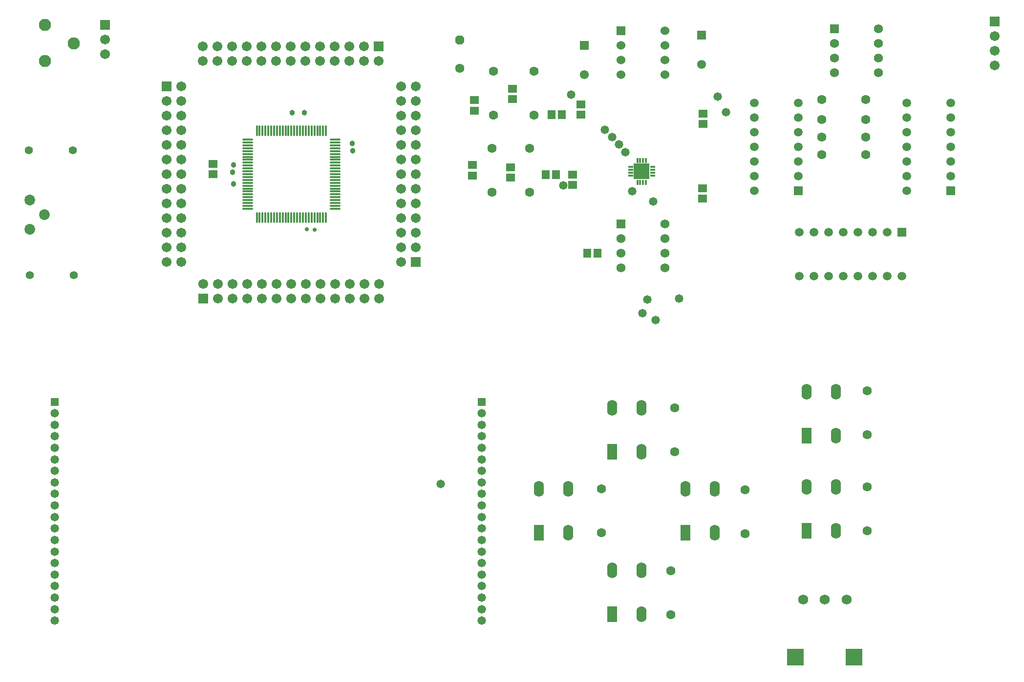
<source format=gts>
G04*
G04 #@! TF.GenerationSoftware,Altium Limited,Altium Designer,20.0.9 (164)*
G04*
G04 Layer_Color=8388736*
%FSLAX25Y25*%
%MOIN*%
G70*
G01*
G75*
%ADD20R,0.05524X0.06312*%
%ADD21R,0.06312X0.05524*%
%ADD22R,0.01800X0.03200*%
%ADD23R,0.03200X0.01800*%
%ADD24R,0.11000X0.11000*%
%ADD25O,0.07290X0.01581*%
%ADD26O,0.01581X0.07290*%
%ADD27C,0.06312*%
%ADD28P,0.06832X8X292.5*%
%ADD29C,0.06706*%
%ADD30R,0.06706X0.06706*%
%ADD31C,0.08300*%
%ADD32C,0.06115*%
%ADD33R,0.06115X0.06115*%
%ADD34C,0.07300*%
%ADD35R,0.06000X0.06000*%
%ADD36C,0.06000*%
%ADD37C,0.06800*%
%ADD38R,0.11800X0.11800*%
%ADD39C,0.06200*%
%ADD40R,0.06200X0.06200*%
%ADD41R,0.05900X0.05900*%
%ADD42C,0.05900*%
%ADD43R,0.05900X0.05900*%
%ADD44C,0.05524*%
%ADD45R,0.06706X0.06706*%
%ADD46C,0.05800*%
%ADD47R,0.05800X0.05800*%
%ADD48R,0.06800X0.10800*%
%ADD49O,0.06800X0.10800*%
%ADD50C,0.03800*%
%ADD51C,0.02800*%
D20*
X391957Y298000D02*
D03*
X399043D02*
D03*
X363457Y351725D02*
D03*
X370543D02*
D03*
X367500Y392725D02*
D03*
X374587D02*
D03*
D21*
X136500Y351957D02*
D03*
Y359043D02*
D03*
X341000Y403182D02*
D03*
Y410268D02*
D03*
X315000Y395457D02*
D03*
Y402543D02*
D03*
X313500Y351138D02*
D03*
Y358225D02*
D03*
X339500Y356725D02*
D03*
Y349638D02*
D03*
X470500Y335182D02*
D03*
Y342268D02*
D03*
X471000Y393268D02*
D03*
Y386182D02*
D03*
X382000Y351831D02*
D03*
Y344745D02*
D03*
X387500Y392682D02*
D03*
Y399768D02*
D03*
D22*
X426047Y346500D02*
D03*
X428016D02*
D03*
X429984D02*
D03*
X431953D02*
D03*
Y361500D02*
D03*
X429984D02*
D03*
X428016D02*
D03*
X426047D02*
D03*
D23*
X436500Y351047D02*
D03*
Y353016D02*
D03*
Y354984D02*
D03*
Y356953D02*
D03*
X421500D02*
D03*
Y354984D02*
D03*
Y353016D02*
D03*
Y351047D02*
D03*
D24*
X429000Y354000D02*
D03*
D25*
X160177Y375622D02*
D03*
Y373654D02*
D03*
Y371685D02*
D03*
Y369717D02*
D03*
Y367748D02*
D03*
Y365779D02*
D03*
Y363811D02*
D03*
Y361842D02*
D03*
Y359874D02*
D03*
Y357906D02*
D03*
Y355937D02*
D03*
Y353969D02*
D03*
Y352000D02*
D03*
Y350031D02*
D03*
Y348063D02*
D03*
Y346094D02*
D03*
Y344126D02*
D03*
Y342158D02*
D03*
Y340189D02*
D03*
Y338221D02*
D03*
Y336252D02*
D03*
Y334283D02*
D03*
Y332315D02*
D03*
Y330346D02*
D03*
Y328378D02*
D03*
X219823D02*
D03*
Y330346D02*
D03*
Y332315D02*
D03*
Y334283D02*
D03*
Y336252D02*
D03*
Y338221D02*
D03*
Y340189D02*
D03*
Y342158D02*
D03*
Y344126D02*
D03*
Y346094D02*
D03*
Y348063D02*
D03*
Y350031D02*
D03*
Y352000D02*
D03*
Y353969D02*
D03*
Y355937D02*
D03*
Y357906D02*
D03*
Y359874D02*
D03*
Y361842D02*
D03*
Y363811D02*
D03*
Y365779D02*
D03*
Y367748D02*
D03*
Y369717D02*
D03*
Y371685D02*
D03*
Y373654D02*
D03*
Y375622D02*
D03*
D26*
X166378Y322177D02*
D03*
X168347D02*
D03*
X170315D02*
D03*
X172283D02*
D03*
X174252D02*
D03*
X176221D02*
D03*
X178189D02*
D03*
X180157D02*
D03*
X182126D02*
D03*
X184095D02*
D03*
X186063D02*
D03*
X188031D02*
D03*
X190000D02*
D03*
X191969D02*
D03*
X193937D02*
D03*
X195905D02*
D03*
X197874D02*
D03*
X199843D02*
D03*
X201811D02*
D03*
X203780D02*
D03*
X205748D02*
D03*
X207716D02*
D03*
X209685D02*
D03*
X211653D02*
D03*
X213622D02*
D03*
Y381823D02*
D03*
X211653D02*
D03*
X209685D02*
D03*
X207716D02*
D03*
X205748D02*
D03*
X203780D02*
D03*
X201811D02*
D03*
X199843D02*
D03*
X197874D02*
D03*
X195905D02*
D03*
X193937D02*
D03*
X191969D02*
D03*
X190000D02*
D03*
X188031D02*
D03*
X186063D02*
D03*
X184095D02*
D03*
X182126D02*
D03*
X180157D02*
D03*
X178189D02*
D03*
X176221D02*
D03*
X174252D02*
D03*
X172283D02*
D03*
X170315D02*
D03*
X168347D02*
D03*
X166378D02*
D03*
D27*
X305000Y424500D02*
D03*
X328000Y392225D02*
D03*
Y422225D02*
D03*
X355500D02*
D03*
Y392225D02*
D03*
X327000Y369725D02*
D03*
Y339725D02*
D03*
X352500D02*
D03*
Y369725D02*
D03*
X581775Y403000D02*
D03*
X551775D02*
D03*
X581775Y377500D02*
D03*
X551775D02*
D03*
X581775Y365500D02*
D03*
X551775D02*
D03*
X581775Y389500D02*
D03*
X551775D02*
D03*
X449000Y81000D02*
D03*
Y51000D02*
D03*
X451500Y192500D02*
D03*
Y162500D02*
D03*
X401500Y137000D02*
D03*
Y107000D02*
D03*
X499500Y136500D02*
D03*
Y106500D02*
D03*
X583000Y138500D02*
D03*
Y108500D02*
D03*
Y204000D02*
D03*
Y174000D02*
D03*
D28*
X305000Y443713D02*
D03*
D29*
X63000Y434000D02*
D03*
Y444000D02*
D03*
X670000Y426500D02*
D03*
Y436500D02*
D03*
Y446500D02*
D03*
X115000Y412000D02*
D03*
X105000Y402000D02*
D03*
X115000D02*
D03*
X105000Y392000D02*
D03*
X115000D02*
D03*
X105000Y382000D02*
D03*
X115000D02*
D03*
X105000Y372000D02*
D03*
X115000D02*
D03*
X105000Y362000D02*
D03*
X115000D02*
D03*
X105000Y352000D02*
D03*
X115000D02*
D03*
X105000Y342000D02*
D03*
X115000D02*
D03*
X105000Y332000D02*
D03*
X115000D02*
D03*
X105000Y322000D02*
D03*
X115000D02*
D03*
X105000Y312000D02*
D03*
X115000D02*
D03*
X105000Y302000D02*
D03*
X115000D02*
D03*
X105000Y292000D02*
D03*
X115000D02*
D03*
X130000Y277000D02*
D03*
X140000Y267000D02*
D03*
Y277000D02*
D03*
X150000Y267000D02*
D03*
Y277000D02*
D03*
X160000Y267000D02*
D03*
Y277000D02*
D03*
X170000Y267000D02*
D03*
Y277000D02*
D03*
X180000Y267000D02*
D03*
Y277000D02*
D03*
X190000Y267000D02*
D03*
Y277000D02*
D03*
X200000Y267000D02*
D03*
Y277000D02*
D03*
X210000Y267000D02*
D03*
Y277000D02*
D03*
X220000Y267000D02*
D03*
Y277000D02*
D03*
X230000Y267000D02*
D03*
Y277000D02*
D03*
X240000Y267000D02*
D03*
Y277000D02*
D03*
X250000Y267000D02*
D03*
Y277000D02*
D03*
X265000Y292000D02*
D03*
X275000Y302000D02*
D03*
X265000D02*
D03*
X275000Y312000D02*
D03*
X265000D02*
D03*
X275000Y322000D02*
D03*
X265000D02*
D03*
X275000Y332000D02*
D03*
X265000D02*
D03*
X275000Y342000D02*
D03*
X265000D02*
D03*
X275000Y352000D02*
D03*
X265000D02*
D03*
X275000Y362000D02*
D03*
X265000D02*
D03*
X275000Y372000D02*
D03*
X265000D02*
D03*
X275000Y382000D02*
D03*
X265000D02*
D03*
X275000Y392000D02*
D03*
X265000D02*
D03*
X275000Y402000D02*
D03*
X265000D02*
D03*
X275000Y412000D02*
D03*
X265000D02*
D03*
X249500Y429500D02*
D03*
X239500Y439500D02*
D03*
Y429500D02*
D03*
X229500Y439500D02*
D03*
Y429500D02*
D03*
X219500Y439500D02*
D03*
Y429500D02*
D03*
X209500Y439500D02*
D03*
Y429500D02*
D03*
X199500Y439500D02*
D03*
Y429500D02*
D03*
X189500Y439500D02*
D03*
Y429500D02*
D03*
X179500Y439500D02*
D03*
Y429500D02*
D03*
X169500Y439500D02*
D03*
Y429500D02*
D03*
X159500Y439500D02*
D03*
Y429500D02*
D03*
X149500Y439500D02*
D03*
Y429500D02*
D03*
X139500Y439500D02*
D03*
Y429500D02*
D03*
X129500Y439500D02*
D03*
Y429500D02*
D03*
D30*
X63000Y454000D02*
D03*
X670000Y456500D02*
D03*
X105000Y412000D02*
D03*
X275000Y292000D02*
D03*
D31*
X22000Y429500D02*
D03*
X41685Y441311D02*
D03*
X22000Y453909D02*
D03*
D32*
X470000Y427157D02*
D03*
X390000Y420157D02*
D03*
D33*
X470000Y446842D02*
D03*
X390000Y439843D02*
D03*
D34*
X11500Y314500D02*
D03*
X21500Y324500D02*
D03*
X11500Y334500D02*
D03*
D35*
X415000Y450000D02*
D03*
D36*
Y440000D02*
D03*
Y430000D02*
D03*
Y420000D02*
D03*
X445000D02*
D03*
Y430000D02*
D03*
Y440000D02*
D03*
Y450000D02*
D03*
D37*
X568750Y61300D02*
D03*
X554000D02*
D03*
X539250D02*
D03*
D38*
X574000Y22000D02*
D03*
X534000D02*
D03*
D39*
X445000Y318000D02*
D03*
Y308000D02*
D03*
Y298000D02*
D03*
Y288000D02*
D03*
X415000D02*
D03*
Y298000D02*
D03*
Y308000D02*
D03*
X590500Y451500D02*
D03*
Y441500D02*
D03*
Y431500D02*
D03*
Y421500D02*
D03*
X560500D02*
D03*
Y431500D02*
D03*
Y441500D02*
D03*
D40*
X415000Y318000D02*
D03*
X560500Y451500D02*
D03*
D41*
X640000Y340725D02*
D03*
X536000D02*
D03*
D42*
X640000Y350725D02*
D03*
Y360725D02*
D03*
Y370725D02*
D03*
Y380725D02*
D03*
Y390725D02*
D03*
Y400725D02*
D03*
X610000D02*
D03*
Y390725D02*
D03*
Y380725D02*
D03*
Y370725D02*
D03*
Y360725D02*
D03*
Y350725D02*
D03*
Y340725D02*
D03*
X536000Y350725D02*
D03*
Y360725D02*
D03*
Y370725D02*
D03*
Y380725D02*
D03*
Y390725D02*
D03*
Y400725D02*
D03*
X506000D02*
D03*
Y390725D02*
D03*
Y380725D02*
D03*
Y370725D02*
D03*
Y360725D02*
D03*
Y350725D02*
D03*
Y340725D02*
D03*
X606500Y282500D02*
D03*
X596500D02*
D03*
X586500D02*
D03*
X576500D02*
D03*
X566500D02*
D03*
X556500D02*
D03*
X546500D02*
D03*
X536500D02*
D03*
Y312500D02*
D03*
X546500D02*
D03*
X556500D02*
D03*
X566500D02*
D03*
X576500D02*
D03*
X586500D02*
D03*
X596500D02*
D03*
D43*
X606500D02*
D03*
D44*
X11000Y368500D02*
D03*
X41000D02*
D03*
X41500Y283000D02*
D03*
X11500D02*
D03*
D45*
X130000Y267000D02*
D03*
X249500Y439500D02*
D03*
D46*
X28500Y141382D02*
D03*
Y157130D02*
D03*
Y180752D02*
D03*
Y172878D02*
D03*
Y165004D02*
D03*
Y149256D02*
D03*
Y188626D02*
D03*
Y133508D02*
D03*
Y125634D02*
D03*
Y70516D02*
D03*
Y86264D02*
D03*
Y102012D02*
D03*
Y94138D02*
D03*
Y78390D02*
D03*
Y117760D02*
D03*
Y62642D02*
D03*
Y54768D02*
D03*
Y109886D02*
D03*
Y46894D02*
D03*
X319839Y141382D02*
D03*
Y157130D02*
D03*
Y180752D02*
D03*
Y172878D02*
D03*
Y165004D02*
D03*
Y149256D02*
D03*
Y188626D02*
D03*
Y133508D02*
D03*
Y125634D02*
D03*
Y70516D02*
D03*
Y86264D02*
D03*
Y102012D02*
D03*
Y94138D02*
D03*
Y78390D02*
D03*
Y117760D02*
D03*
Y62642D02*
D03*
Y54768D02*
D03*
Y109886D02*
D03*
Y46894D02*
D03*
X375500Y344500D02*
D03*
X381000Y406500D02*
D03*
X433000Y266500D02*
D03*
X454500Y267000D02*
D03*
X438500Y252500D02*
D03*
X429500Y257000D02*
D03*
X436750Y333250D02*
D03*
X481000Y405000D02*
D03*
X486500Y394500D02*
D03*
X292000Y140500D02*
D03*
X422500Y340500D02*
D03*
X418000Y367000D02*
D03*
X404000Y382500D02*
D03*
X409000Y377500D02*
D03*
X413500Y372500D02*
D03*
D47*
X28500Y196500D02*
D03*
X319839D02*
D03*
D48*
X409000Y51500D02*
D03*
Y162500D02*
D03*
X359000Y107000D02*
D03*
X459000D02*
D03*
X541500Y108500D02*
D03*
Y173500D02*
D03*
D49*
X409000Y81500D02*
D03*
X429000D02*
D03*
Y51500D02*
D03*
X409000Y192500D02*
D03*
X429000D02*
D03*
Y162500D02*
D03*
X359000Y137000D02*
D03*
X379000D02*
D03*
Y107000D02*
D03*
X459000Y137000D02*
D03*
X479000D02*
D03*
Y107000D02*
D03*
X541500Y138500D02*
D03*
X561500D02*
D03*
Y108500D02*
D03*
X541500Y203500D02*
D03*
X561500D02*
D03*
Y173500D02*
D03*
D50*
X232000Y368000D02*
D03*
X150500Y358500D02*
D03*
X199000Y394000D02*
D03*
X150500Y345500D02*
D03*
X190500Y394000D02*
D03*
X150000Y353500D02*
D03*
X231500Y373000D02*
D03*
D51*
X200500Y314500D02*
D03*
X206000Y314000D02*
D03*
M02*

</source>
